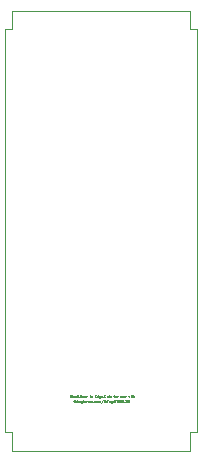
<source format=gbr>
G04 #@! TF.GenerationSoftware,KiCad,Pcbnew,5.1.4-e60b266~84~ubuntu19.04.1*
G04 #@! TF.CreationDate,2019-08-12T19:04:04-04:00*
G04 #@! TF.ProjectId,pcb2molex8878,70636232-6d6f-46c6-9578-383837382e6b,rev?*
G04 #@! TF.SameCoordinates,Original*
G04 #@! TF.FileFunction,Other,ECO2*
%FSLAX46Y46*%
G04 Gerber Fmt 4.6, Leading zero omitted, Abs format (unit mm)*
G04 Created by KiCad (PCBNEW 5.1.4-e60b266~84~ubuntu19.04.1) date 2019-08-12 19:04:04*
%MOMM*%
%LPD*%
G04 APERTURE LIST*
%ADD10C,0.010000*%
G04 APERTURE END LIST*
D10*
X154774900Y-82118200D02*
X155346400Y-82118200D01*
X154774900Y-80543400D02*
X154774900Y-82118200D01*
X139661900Y-80543400D02*
X154774900Y-80543400D01*
X139661900Y-82118200D02*
X139661900Y-80543400D01*
X139090400Y-82118200D02*
X139661900Y-82118200D01*
X154774900Y-116255800D02*
X155346400Y-116255800D01*
X139661900Y-116255800D02*
X139090400Y-116255800D01*
X139661900Y-117830600D02*
X139661900Y-116255800D01*
X154774900Y-117830600D02*
X154774900Y-116255800D01*
X139661900Y-117830600D02*
X154774900Y-117830600D01*
X139090400Y-82118200D02*
X139090400Y-116255800D01*
X155346400Y-116255800D02*
X155346400Y-82118200D01*
X144895780Y-113594142D02*
X144971971Y-113594142D01*
X144924352Y-113527476D02*
X144924352Y-113698904D01*
X144933876Y-113717952D01*
X144952923Y-113727476D01*
X144971971Y-113727476D01*
X145038638Y-113727476D02*
X145038638Y-113527476D01*
X145124352Y-113727476D02*
X145124352Y-113622714D01*
X145114828Y-113603666D01*
X145095780Y-113594142D01*
X145067209Y-113594142D01*
X145048161Y-113603666D01*
X145038638Y-113613190D01*
X145219590Y-113727476D02*
X145219590Y-113594142D01*
X145219590Y-113527476D02*
X145210066Y-113537000D01*
X145219590Y-113546523D01*
X145229114Y-113537000D01*
X145219590Y-113527476D01*
X145219590Y-113546523D01*
X145314828Y-113594142D02*
X145314828Y-113727476D01*
X145314828Y-113613190D02*
X145324352Y-113603666D01*
X145343400Y-113594142D01*
X145371971Y-113594142D01*
X145391019Y-113603666D01*
X145400542Y-113622714D01*
X145400542Y-113727476D01*
X145581495Y-113594142D02*
X145581495Y-113756047D01*
X145571971Y-113775095D01*
X145562447Y-113784619D01*
X145543400Y-113794142D01*
X145514828Y-113794142D01*
X145495780Y-113784619D01*
X145581495Y-113717952D02*
X145562447Y-113727476D01*
X145524352Y-113727476D01*
X145505304Y-113717952D01*
X145495780Y-113708428D01*
X145486257Y-113689380D01*
X145486257Y-113632238D01*
X145495780Y-113613190D01*
X145505304Y-113603666D01*
X145524352Y-113594142D01*
X145562447Y-113594142D01*
X145581495Y-113603666D01*
X145676733Y-113727476D02*
X145676733Y-113594142D01*
X145676733Y-113527476D02*
X145667209Y-113537000D01*
X145676733Y-113546523D01*
X145686257Y-113537000D01*
X145676733Y-113527476D01*
X145676733Y-113546523D01*
X145752923Y-113594142D02*
X145800542Y-113727476D01*
X145848161Y-113594142D01*
X146000542Y-113717952D02*
X145981495Y-113727476D01*
X145943400Y-113727476D01*
X145924352Y-113717952D01*
X145914828Y-113698904D01*
X145914828Y-113622714D01*
X145924352Y-113603666D01*
X145943400Y-113594142D01*
X145981495Y-113594142D01*
X146000542Y-113603666D01*
X146010066Y-113622714D01*
X146010066Y-113641761D01*
X145914828Y-113660809D01*
X146095780Y-113727476D02*
X146095780Y-113594142D01*
X146095780Y-113632238D02*
X146105304Y-113613190D01*
X146114828Y-113603666D01*
X146133876Y-113594142D01*
X146152923Y-113594142D01*
X146210066Y-113717952D02*
X146229114Y-113727476D01*
X146267209Y-113727476D01*
X146286257Y-113717952D01*
X146295780Y-113698904D01*
X146295780Y-113689380D01*
X146286257Y-113670333D01*
X146267209Y-113660809D01*
X146238638Y-113660809D01*
X146219590Y-113651285D01*
X146210066Y-113632238D01*
X146210066Y-113622714D01*
X146219590Y-113603666D01*
X146238638Y-113594142D01*
X146267209Y-113594142D01*
X146286257Y-113603666D01*
X146457685Y-113717952D02*
X146438638Y-113727476D01*
X146400542Y-113727476D01*
X146381495Y-113717952D01*
X146371971Y-113698904D01*
X146371971Y-113622714D01*
X146381495Y-113603666D01*
X146400542Y-113594142D01*
X146438638Y-113594142D01*
X146457685Y-113603666D01*
X146467209Y-113622714D01*
X146467209Y-113641761D01*
X146371971Y-113660809D01*
X146552923Y-113708428D02*
X146562447Y-113717952D01*
X146552923Y-113727476D01*
X146543400Y-113717952D01*
X146552923Y-113708428D01*
X146552923Y-113727476D01*
X146733876Y-113717952D02*
X146714828Y-113727476D01*
X146676733Y-113727476D01*
X146657685Y-113717952D01*
X146648161Y-113708428D01*
X146638638Y-113689380D01*
X146638638Y-113632238D01*
X146648161Y-113613190D01*
X146657685Y-113603666D01*
X146676733Y-113594142D01*
X146714828Y-113594142D01*
X146733876Y-113603666D01*
X146848161Y-113727476D02*
X146829114Y-113717952D01*
X146819590Y-113708428D01*
X146810066Y-113689380D01*
X146810066Y-113632238D01*
X146819590Y-113613190D01*
X146829114Y-113603666D01*
X146848161Y-113594142D01*
X146876733Y-113594142D01*
X146895780Y-113603666D01*
X146905304Y-113613190D01*
X146914828Y-113632238D01*
X146914828Y-113689380D01*
X146905304Y-113708428D01*
X146895780Y-113717952D01*
X146876733Y-113727476D01*
X146848161Y-113727476D01*
X147000542Y-113727476D02*
X147000542Y-113594142D01*
X147000542Y-113613190D02*
X147010066Y-113603666D01*
X147029114Y-113594142D01*
X147057685Y-113594142D01*
X147076733Y-113603666D01*
X147086257Y-113622714D01*
X147086257Y-113727476D01*
X147086257Y-113622714D02*
X147095780Y-113603666D01*
X147114828Y-113594142D01*
X147143400Y-113594142D01*
X147162447Y-113603666D01*
X147171971Y-113622714D01*
X147171971Y-113727476D01*
X147410066Y-113517952D02*
X147238638Y-113775095D01*
X147448161Y-113594142D02*
X147524352Y-113594142D01*
X147476733Y-113527476D02*
X147476733Y-113698904D01*
X147486257Y-113717952D01*
X147505304Y-113727476D01*
X147524352Y-113727476D01*
X147591019Y-113727476D02*
X147591019Y-113527476D01*
X147676733Y-113727476D02*
X147676733Y-113622714D01*
X147667209Y-113603666D01*
X147648161Y-113594142D01*
X147619590Y-113594142D01*
X147600542Y-113603666D01*
X147591019Y-113613190D01*
X147771971Y-113727476D02*
X147771971Y-113594142D01*
X147771971Y-113527476D02*
X147762447Y-113537000D01*
X147771971Y-113546523D01*
X147781495Y-113537000D01*
X147771971Y-113527476D01*
X147771971Y-113546523D01*
X147867209Y-113594142D02*
X147867209Y-113727476D01*
X147867209Y-113613190D02*
X147876733Y-113603666D01*
X147895780Y-113594142D01*
X147924352Y-113594142D01*
X147943400Y-113603666D01*
X147952923Y-113622714D01*
X147952923Y-113727476D01*
X148133876Y-113594142D02*
X148133876Y-113756047D01*
X148124352Y-113775095D01*
X148114828Y-113784619D01*
X148095780Y-113794142D01*
X148067209Y-113794142D01*
X148048161Y-113784619D01*
X148133876Y-113717952D02*
X148114828Y-113727476D01*
X148076733Y-113727476D01*
X148057685Y-113717952D01*
X148048161Y-113708428D01*
X148038638Y-113689380D01*
X148038638Y-113632238D01*
X148048161Y-113613190D01*
X148057685Y-113603666D01*
X148076733Y-113594142D01*
X148114828Y-113594142D01*
X148133876Y-113603666D01*
X148229114Y-113708428D02*
X148238638Y-113717952D01*
X148229114Y-113727476D01*
X148219590Y-113717952D01*
X148229114Y-113708428D01*
X148229114Y-113727476D01*
X148229114Y-113603666D02*
X148238638Y-113613190D01*
X148229114Y-113622714D01*
X148219590Y-113613190D01*
X148229114Y-113603666D01*
X148229114Y-113622714D01*
X148305304Y-113527476D02*
X148429114Y-113527476D01*
X148362447Y-113603666D01*
X148391019Y-113603666D01*
X148410066Y-113613190D01*
X148419590Y-113622714D01*
X148429114Y-113641761D01*
X148429114Y-113689380D01*
X148419590Y-113708428D01*
X148410066Y-113717952D01*
X148391019Y-113727476D01*
X148333876Y-113727476D01*
X148314828Y-113717952D01*
X148305304Y-113708428D01*
X148495780Y-113527476D02*
X148629114Y-113527476D01*
X148543400Y-113727476D01*
X148695780Y-113546523D02*
X148705304Y-113537000D01*
X148724352Y-113527476D01*
X148771971Y-113527476D01*
X148791019Y-113537000D01*
X148800542Y-113546523D01*
X148810066Y-113565571D01*
X148810066Y-113584619D01*
X148800542Y-113613190D01*
X148686257Y-113727476D01*
X148810066Y-113727476D01*
X148876733Y-113527476D02*
X149000542Y-113527476D01*
X148933876Y-113603666D01*
X148962447Y-113603666D01*
X148981495Y-113613190D01*
X148991019Y-113622714D01*
X149000542Y-113641761D01*
X149000542Y-113689380D01*
X148991019Y-113708428D01*
X148981495Y-113717952D01*
X148962447Y-113727476D01*
X148905304Y-113727476D01*
X148886257Y-113717952D01*
X148876733Y-113708428D01*
X149191019Y-113727476D02*
X149076733Y-113727476D01*
X149133876Y-113727476D02*
X149133876Y-113527476D01*
X149114828Y-113556047D01*
X149095780Y-113575095D01*
X149076733Y-113584619D01*
X149257685Y-113527476D02*
X149381495Y-113527476D01*
X149314828Y-113603666D01*
X149343400Y-113603666D01*
X149362447Y-113613190D01*
X149371971Y-113622714D01*
X149381495Y-113641761D01*
X149381495Y-113689380D01*
X149371971Y-113708428D01*
X149362447Y-113717952D01*
X149343400Y-113727476D01*
X149286257Y-113727476D01*
X149267209Y-113717952D01*
X149257685Y-113708428D01*
X149562447Y-113527476D02*
X149467209Y-113527476D01*
X149457685Y-113622714D01*
X149467209Y-113613190D01*
X149486257Y-113603666D01*
X149533876Y-113603666D01*
X149552923Y-113613190D01*
X149562447Y-113622714D01*
X149571971Y-113641761D01*
X149571971Y-113689380D01*
X149562447Y-113708428D01*
X149552923Y-113717952D01*
X149533876Y-113727476D01*
X149486257Y-113727476D01*
X149467209Y-113717952D01*
X149457685Y-113708428D01*
X144638638Y-113197714D02*
X144705304Y-113197714D01*
X144733876Y-113302476D02*
X144638638Y-113302476D01*
X144638638Y-113102476D01*
X144733876Y-113102476D01*
X144905304Y-113292952D02*
X144886257Y-113302476D01*
X144848161Y-113302476D01*
X144829114Y-113292952D01*
X144819590Y-113283428D01*
X144810066Y-113264380D01*
X144810066Y-113207238D01*
X144819590Y-113188190D01*
X144829114Y-113178666D01*
X144848161Y-113169142D01*
X144886257Y-113169142D01*
X144905304Y-113178666D01*
X145019590Y-113302476D02*
X145000542Y-113292952D01*
X144991019Y-113283428D01*
X144981495Y-113264380D01*
X144981495Y-113207238D01*
X144991019Y-113188190D01*
X145000542Y-113178666D01*
X145019590Y-113169142D01*
X145048161Y-113169142D01*
X145067209Y-113178666D01*
X145076733Y-113188190D01*
X145086257Y-113207238D01*
X145086257Y-113264380D01*
X145076733Y-113283428D01*
X145067209Y-113292952D01*
X145048161Y-113302476D01*
X145019590Y-113302476D01*
X145162447Y-113121523D02*
X145171971Y-113112000D01*
X145191019Y-113102476D01*
X145238638Y-113102476D01*
X145257685Y-113112000D01*
X145267209Y-113121523D01*
X145276733Y-113140571D01*
X145276733Y-113159619D01*
X145267209Y-113188190D01*
X145152923Y-113302476D01*
X145276733Y-113302476D01*
X145362447Y-113283428D02*
X145371971Y-113292952D01*
X145362447Y-113302476D01*
X145352923Y-113292952D01*
X145362447Y-113283428D01*
X145362447Y-113302476D01*
X145457685Y-113102476D02*
X145457685Y-113264380D01*
X145467209Y-113283428D01*
X145476733Y-113292952D01*
X145495780Y-113302476D01*
X145533876Y-113302476D01*
X145552923Y-113292952D01*
X145562447Y-113283428D01*
X145571971Y-113264380D01*
X145571971Y-113102476D01*
X145657685Y-113292952D02*
X145676733Y-113302476D01*
X145714828Y-113302476D01*
X145733876Y-113292952D01*
X145743400Y-113273904D01*
X145743400Y-113264380D01*
X145733876Y-113245333D01*
X145714828Y-113235809D01*
X145686257Y-113235809D01*
X145667209Y-113226285D01*
X145657685Y-113207238D01*
X145657685Y-113197714D01*
X145667209Y-113178666D01*
X145686257Y-113169142D01*
X145714828Y-113169142D01*
X145733876Y-113178666D01*
X145905304Y-113292952D02*
X145886257Y-113302476D01*
X145848161Y-113302476D01*
X145829114Y-113292952D01*
X145819590Y-113273904D01*
X145819590Y-113197714D01*
X145829114Y-113178666D01*
X145848161Y-113169142D01*
X145886257Y-113169142D01*
X145905304Y-113178666D01*
X145914828Y-113197714D01*
X145914828Y-113216761D01*
X145819590Y-113235809D01*
X146000542Y-113302476D02*
X146000542Y-113169142D01*
X146000542Y-113207238D02*
X146010066Y-113188190D01*
X146019590Y-113178666D01*
X146038638Y-113169142D01*
X146057685Y-113169142D01*
X146276733Y-113302476D02*
X146276733Y-113169142D01*
X146276733Y-113102476D02*
X146267209Y-113112000D01*
X146276733Y-113121523D01*
X146286257Y-113112000D01*
X146276733Y-113102476D01*
X146276733Y-113121523D01*
X146362447Y-113292952D02*
X146381495Y-113302476D01*
X146419590Y-113302476D01*
X146438638Y-113292952D01*
X146448161Y-113273904D01*
X146448161Y-113264380D01*
X146438638Y-113245333D01*
X146419590Y-113235809D01*
X146391019Y-113235809D01*
X146371971Y-113226285D01*
X146362447Y-113207238D01*
X146362447Y-113197714D01*
X146371971Y-113178666D01*
X146391019Y-113169142D01*
X146419590Y-113169142D01*
X146438638Y-113178666D01*
X146686257Y-113197714D02*
X146752923Y-113197714D01*
X146781495Y-113302476D02*
X146686257Y-113302476D01*
X146686257Y-113102476D01*
X146781495Y-113102476D01*
X146952923Y-113302476D02*
X146952923Y-113102476D01*
X146952923Y-113292952D02*
X146933876Y-113302476D01*
X146895780Y-113302476D01*
X146876733Y-113292952D01*
X146867209Y-113283428D01*
X146857685Y-113264380D01*
X146857685Y-113207238D01*
X146867209Y-113188190D01*
X146876733Y-113178666D01*
X146895780Y-113169142D01*
X146933876Y-113169142D01*
X146952923Y-113178666D01*
X147133876Y-113169142D02*
X147133876Y-113331047D01*
X147124352Y-113350095D01*
X147114828Y-113359619D01*
X147095780Y-113369142D01*
X147067209Y-113369142D01*
X147048161Y-113359619D01*
X147133876Y-113292952D02*
X147114828Y-113302476D01*
X147076733Y-113302476D01*
X147057685Y-113292952D01*
X147048161Y-113283428D01*
X147038638Y-113264380D01*
X147038638Y-113207238D01*
X147048161Y-113188190D01*
X147057685Y-113178666D01*
X147076733Y-113169142D01*
X147114828Y-113169142D01*
X147133876Y-113178666D01*
X147305304Y-113292952D02*
X147286257Y-113302476D01*
X147248161Y-113302476D01*
X147229114Y-113292952D01*
X147219590Y-113273904D01*
X147219590Y-113197714D01*
X147229114Y-113178666D01*
X147248161Y-113169142D01*
X147286257Y-113169142D01*
X147305304Y-113178666D01*
X147314828Y-113197714D01*
X147314828Y-113216761D01*
X147219590Y-113235809D01*
X147400542Y-113283428D02*
X147410066Y-113292952D01*
X147400542Y-113302476D01*
X147391019Y-113292952D01*
X147400542Y-113283428D01*
X147400542Y-113302476D01*
X147610066Y-113283428D02*
X147600542Y-113292952D01*
X147571971Y-113302476D01*
X147552923Y-113302476D01*
X147524352Y-113292952D01*
X147505304Y-113273904D01*
X147495780Y-113254857D01*
X147486257Y-113216761D01*
X147486257Y-113188190D01*
X147495780Y-113150095D01*
X147505304Y-113131047D01*
X147524352Y-113112000D01*
X147552923Y-113102476D01*
X147571971Y-113102476D01*
X147600542Y-113112000D01*
X147610066Y-113121523D01*
X147781495Y-113169142D02*
X147781495Y-113302476D01*
X147695780Y-113169142D02*
X147695780Y-113273904D01*
X147705304Y-113292952D01*
X147724352Y-113302476D01*
X147752923Y-113302476D01*
X147771971Y-113292952D01*
X147781495Y-113283428D01*
X147848161Y-113169142D02*
X147924352Y-113169142D01*
X147876733Y-113102476D02*
X147876733Y-113273904D01*
X147886257Y-113292952D01*
X147905304Y-113302476D01*
X147924352Y-113302476D01*
X147981495Y-113292952D02*
X148000542Y-113302476D01*
X148038638Y-113302476D01*
X148057685Y-113292952D01*
X148067209Y-113273904D01*
X148067209Y-113264380D01*
X148057685Y-113245333D01*
X148038638Y-113235809D01*
X148010066Y-113235809D01*
X147991019Y-113226285D01*
X147981495Y-113207238D01*
X147981495Y-113197714D01*
X147991019Y-113178666D01*
X148010066Y-113169142D01*
X148038638Y-113169142D01*
X148057685Y-113178666D01*
X148276733Y-113169142D02*
X148352923Y-113169142D01*
X148305304Y-113302476D02*
X148305304Y-113131047D01*
X148314828Y-113112000D01*
X148333876Y-113102476D01*
X148352923Y-113102476D01*
X148448161Y-113302476D02*
X148429114Y-113292952D01*
X148419590Y-113283428D01*
X148410066Y-113264380D01*
X148410066Y-113207238D01*
X148419590Y-113188190D01*
X148429114Y-113178666D01*
X148448161Y-113169142D01*
X148476733Y-113169142D01*
X148495780Y-113178666D01*
X148505304Y-113188190D01*
X148514828Y-113207238D01*
X148514828Y-113264380D01*
X148505304Y-113283428D01*
X148495780Y-113292952D01*
X148476733Y-113302476D01*
X148448161Y-113302476D01*
X148600542Y-113302476D02*
X148600542Y-113169142D01*
X148600542Y-113207238D02*
X148610066Y-113188190D01*
X148619590Y-113178666D01*
X148638638Y-113169142D01*
X148657685Y-113169142D01*
X148962447Y-113169142D02*
X148962447Y-113302476D01*
X148876733Y-113169142D02*
X148876733Y-113273904D01*
X148886257Y-113292952D01*
X148905304Y-113302476D01*
X148933876Y-113302476D01*
X148952923Y-113292952D01*
X148962447Y-113283428D01*
X149048161Y-113292952D02*
X149067209Y-113302476D01*
X149105304Y-113302476D01*
X149124352Y-113292952D01*
X149133876Y-113273904D01*
X149133876Y-113264380D01*
X149124352Y-113245333D01*
X149105304Y-113235809D01*
X149076733Y-113235809D01*
X149057685Y-113226285D01*
X149048161Y-113207238D01*
X149048161Y-113197714D01*
X149057685Y-113178666D01*
X149076733Y-113169142D01*
X149105304Y-113169142D01*
X149124352Y-113178666D01*
X149295780Y-113292952D02*
X149276733Y-113302476D01*
X149238638Y-113302476D01*
X149219590Y-113292952D01*
X149210066Y-113273904D01*
X149210066Y-113197714D01*
X149219590Y-113178666D01*
X149238638Y-113169142D01*
X149276733Y-113169142D01*
X149295780Y-113178666D01*
X149305304Y-113197714D01*
X149305304Y-113216761D01*
X149210066Y-113235809D01*
X149524352Y-113169142D02*
X149562447Y-113302476D01*
X149600542Y-113207238D01*
X149638638Y-113302476D01*
X149676733Y-113169142D01*
X149752923Y-113302476D02*
X149752923Y-113169142D01*
X149752923Y-113102476D02*
X149743400Y-113112000D01*
X149752923Y-113121523D01*
X149762447Y-113112000D01*
X149752923Y-113102476D01*
X149752923Y-113121523D01*
X149819590Y-113169142D02*
X149895780Y-113169142D01*
X149848161Y-113102476D02*
X149848161Y-113273904D01*
X149857685Y-113292952D01*
X149876733Y-113302476D01*
X149895780Y-113302476D01*
X149962447Y-113302476D02*
X149962447Y-113102476D01*
X150048161Y-113302476D02*
X150048161Y-113197714D01*
X150038638Y-113178666D01*
X150019590Y-113169142D01*
X149991019Y-113169142D01*
X149971971Y-113178666D01*
X149962447Y-113188190D01*
M02*

</source>
